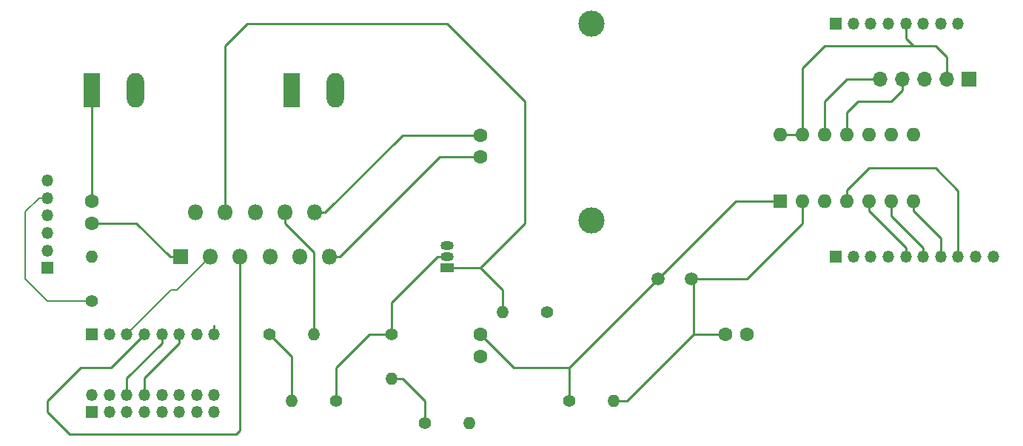
<source format=gbr>
G04 #@! TF.GenerationSoftware,KiCad,Pcbnew,5.0.2+dfsg1-1*
G04 #@! TF.CreationDate,2020-09-07T16:18:41-03:00*
G04 #@! TF.ProjectId,Quanser_Controller,5175616e-7365-4725-9f43-6f6e74726f6c,rev?*
G04 #@! TF.SameCoordinates,Original*
G04 #@! TF.FileFunction,Copper,L2,Bot*
G04 #@! TF.FilePolarity,Positive*
%FSLAX46Y46*%
G04 Gerber Fmt 4.6, Leading zero omitted, Abs format (unit mm)*
G04 Created by KiCad (PCBNEW 5.0.2+dfsg1-1) date seg 07 set 2020 16:18:41 -03*
%MOMM*%
%LPD*%
G01*
G04 APERTURE LIST*
G04 #@! TA.AperFunction,ComponentPad*
%ADD10R,1.800000X1.800000*%
G04 #@! TD*
G04 #@! TA.AperFunction,ComponentPad*
%ADD11O,1.800000X1.800000*%
G04 #@! TD*
G04 #@! TA.AperFunction,ComponentPad*
%ADD12R,1.700000X1.700000*%
G04 #@! TD*
G04 #@! TA.AperFunction,ComponentPad*
%ADD13O,1.700000X1.700000*%
G04 #@! TD*
G04 #@! TA.AperFunction,ComponentPad*
%ADD14C,1.500000*%
G04 #@! TD*
G04 #@! TA.AperFunction,ComponentPad*
%ADD15C,1.600000*%
G04 #@! TD*
G04 #@! TA.AperFunction,ComponentPad*
%ADD16C,3.000000*%
G04 #@! TD*
G04 #@! TA.AperFunction,ComponentPad*
%ADD17R,1.350000X1.350000*%
G04 #@! TD*
G04 #@! TA.AperFunction,ComponentPad*
%ADD18O,1.350000X1.350000*%
G04 #@! TD*
G04 #@! TA.AperFunction,ComponentPad*
%ADD19R,1.980000X3.960000*%
G04 #@! TD*
G04 #@! TA.AperFunction,ComponentPad*
%ADD20O,1.980000X3.960000*%
G04 #@! TD*
G04 #@! TA.AperFunction,ComponentPad*
%ADD21O,1.500000X1.050000*%
G04 #@! TD*
G04 #@! TA.AperFunction,ComponentPad*
%ADD22R,1.500000X1.050000*%
G04 #@! TD*
G04 #@! TA.AperFunction,ComponentPad*
%ADD23C,1.400000*%
G04 #@! TD*
G04 #@! TA.AperFunction,ComponentPad*
%ADD24O,1.400000X1.400000*%
G04 #@! TD*
G04 #@! TA.AperFunction,ComponentPad*
%ADD25O,1.600000X1.600000*%
G04 #@! TD*
G04 #@! TA.AperFunction,ComponentPad*
%ADD26R,1.600000X1.600000*%
G04 #@! TD*
G04 #@! TA.AperFunction,Conductor*
%ADD27C,0.250000*%
G04 #@! TD*
G04 #@! TA.AperFunction,Conductor*
%ADD28C,0.200000*%
G04 #@! TD*
G04 APERTURE END LIST*
D10*
G04 #@! TO.P,U1,1*
G04 #@! TO.N,Net-(C3-Pad2)*
X107950000Y-80010000D03*
D11*
G04 #@! TO.P,U1,2*
G04 #@! TO.N,Net-(C3-Pad1)*
X109650000Y-74930000D03*
G04 #@! TO.P,U1,3*
G04 #@! TO.N,PWM*
X111350000Y-80010000D03*
G04 #@! TO.P,U1,4*
G04 #@! TO.N,Net-(Q1-Pad1)*
X113050000Y-74930000D03*
G04 #@! TO.P,U1,5*
G04 #@! TO.N,ENABLE*
X114750000Y-80010000D03*
G04 #@! TO.P,U1,6*
G04 #@! TO.N,Net-(F1-Pad2)*
X116450000Y-74930000D03*
G04 #@! TO.P,U1,7*
G04 #@! TO.N,GND*
X118150000Y-80010000D03*
G04 #@! TO.P,U1,8*
G04 #@! TO.N,AD*
X119850000Y-74930000D03*
G04 #@! TO.P,U1,9*
G04 #@! TO.N,TH_FLAG*
X121550000Y-80010000D03*
G04 #@! TO.P,U1,10*
G04 #@! TO.N,Net-(C4-Pad2)*
X123250000Y-74930000D03*
G04 #@! TO.P,U1,11*
G04 #@! TO.N,Net-(C4-Pad1)*
X124950000Y-80010000D03*
G04 #@! TD*
D12*
G04 #@! TO.P,J2,1*
G04 #@! TO.N,GND*
X198120000Y-59690000D03*
D13*
G04 #@! TO.P,J2,2*
G04 #@! TO.N,+5V*
X195580000Y-59690000D03*
G04 #@! TO.P,J2,3*
G04 #@! TO.N,Net-(J2-Pad3)*
X193040000Y-59690000D03*
G04 #@! TO.P,J2,4*
G04 #@! TO.N,Net-(J2-Pad4)*
X190500000Y-59690000D03*
G04 #@! TO.P,J2,5*
G04 #@! TO.N,Net-(J2-Pad5)*
X187960000Y-59690000D03*
G04 #@! TD*
D14*
G04 #@! TO.P,Crystal1,1*
G04 #@! TO.N,Net-(C1-Pad1)*
X162560000Y-82550000D03*
G04 #@! TO.P,Crystal1,2*
G04 #@! TO.N,Net-(C2-Pad1)*
X166360000Y-82550000D03*
G04 #@! TD*
D15*
G04 #@! TO.P,C1,1*
G04 #@! TO.N,Net-(C1-Pad1)*
X142240000Y-88900000D03*
G04 #@! TO.P,C1,2*
G04 #@! TO.N,GND*
X142240000Y-91400000D03*
G04 #@! TD*
G04 #@! TO.P,C2,2*
G04 #@! TO.N,GND*
X172720000Y-88900000D03*
G04 #@! TO.P,C2,1*
G04 #@! TO.N,Net-(C2-Pad1)*
X170220000Y-88900000D03*
G04 #@! TD*
G04 #@! TO.P,C3,1*
G04 #@! TO.N,Net-(C3-Pad1)*
X97790000Y-73660000D03*
G04 #@! TO.P,C3,2*
G04 #@! TO.N,Net-(C3-Pad2)*
X97790000Y-76160000D03*
G04 #@! TD*
G04 #@! TO.P,C4,2*
G04 #@! TO.N,Net-(C4-Pad2)*
X142240000Y-66080000D03*
G04 #@! TO.P,C4,1*
G04 #@! TO.N,Net-(C4-Pad1)*
X142240000Y-68580000D03*
G04 #@! TD*
D16*
G04 #@! TO.P,F1,1*
G04 #@! TO.N,+28V*
X154940000Y-53340000D03*
G04 #@! TO.P,F1,2*
G04 #@! TO.N,Net-(F1-Pad2)*
X154940000Y-75840000D03*
G04 #@! TD*
D17*
G04 #@! TO.P,J1,1*
G04 #@! TO.N,GND*
X97790000Y-97790000D03*
D18*
G04 #@! TO.P,J1,2*
G04 #@! TO.N,Net-(J1-Pad2)*
X97790000Y-95790000D03*
G04 #@! TO.P,J1,3*
G04 #@! TO.N,GND*
X99790000Y-97790000D03*
G04 #@! TO.P,J1,4*
G04 #@! TO.N,Net-(J1-Pad4)*
X99790000Y-95790000D03*
G04 #@! TO.P,J1,5*
G04 #@! TO.N,GND*
X101790000Y-97790000D03*
G04 #@! TO.P,J1,6*
G04 #@! TO.N,ELB1*
X101790000Y-95790000D03*
G04 #@! TO.P,J1,7*
G04 #@! TO.N,GND*
X103790000Y-97790000D03*
G04 #@! TO.P,J1,8*
G04 #@! TO.N,ELB2*
X103790000Y-95790000D03*
G04 #@! TO.P,J1,9*
G04 #@! TO.N,GND*
X105790000Y-97790000D03*
G04 #@! TO.P,J1,10*
G04 #@! TO.N,Net-(J1-Pad10)*
X105790000Y-95790000D03*
G04 #@! TO.P,J1,11*
G04 #@! TO.N,GND*
X107790000Y-97790000D03*
G04 #@! TO.P,J1,12*
G04 #@! TO.N,Net-(J1-Pad12)*
X107790000Y-95790000D03*
G04 #@! TO.P,J1,13*
G04 #@! TO.N,GND*
X109790000Y-97790000D03*
G04 #@! TO.P,J1,14*
G04 #@! TO.N,Net-(J1-Pad14)*
X109790000Y-95790000D03*
G04 #@! TO.P,J1,15*
G04 #@! TO.N,GND*
X111790000Y-97790000D03*
G04 #@! TO.P,J1,16*
G04 #@! TO.N,Net-(J1-Pad16)*
X111790000Y-95790000D03*
G04 #@! TD*
D17*
G04 #@! TO.P,J3,1*
G04 #@! TO.N,Net-(J3-Pad1)*
X182880000Y-80010000D03*
D18*
G04 #@! TO.P,J3,2*
G04 #@! TO.N,Net-(J3-Pad2)*
X184880000Y-80010000D03*
G04 #@! TO.P,J3,3*
G04 #@! TO.N,Net-(J3-Pad3)*
X186880000Y-80010000D03*
G04 #@! TO.P,J3,4*
G04 #@! TO.N,Net-(J3-Pad4)*
X188880000Y-80010000D03*
G04 #@! TO.P,J3,5*
G04 #@! TO.N,SCLK*
X190880000Y-80010000D03*
G04 #@! TO.P,J3,6*
G04 #@! TO.N,MISO*
X192880000Y-80010000D03*
G04 #@! TO.P,J3,7*
G04 #@! TO.N,MOSI*
X194880000Y-80010000D03*
G04 #@! TO.P,J3,8*
G04 #@! TO.N,#SS*
X196880000Y-80010000D03*
G04 #@! TO.P,J3,9*
G04 #@! TO.N,Net-(J3-Pad9)*
X198880000Y-80010000D03*
G04 #@! TO.P,J3,10*
G04 #@! TO.N,Net-(J3-Pad10)*
X200880000Y-80010000D03*
G04 #@! TD*
D17*
G04 #@! TO.P,J4,1*
G04 #@! TO.N,Net-(J4-Pad1)*
X97790000Y-88900000D03*
D18*
G04 #@! TO.P,J4,2*
G04 #@! TO.N,Net-(J4-Pad2)*
X99790000Y-88900000D03*
G04 #@! TO.P,J4,3*
G04 #@! TO.N,PWM*
X101790000Y-88900000D03*
G04 #@! TO.P,J4,4*
G04 #@! TO.N,ENABLE*
X103790000Y-88900000D03*
G04 #@! TO.P,J4,5*
G04 #@! TO.N,ELB1*
X105790000Y-88900000D03*
G04 #@! TO.P,J4,6*
G04 #@! TO.N,ELB2*
X107790000Y-88900000D03*
G04 #@! TO.P,J4,7*
G04 #@! TO.N,Net-(J4-Pad7)*
X109790000Y-88900000D03*
G04 #@! TO.P,J4,8*
G04 #@! TO.N,Net-(J4-Pad8)*
X111790000Y-88900000D03*
G04 #@! TD*
G04 #@! TO.P,J5,8*
G04 #@! TO.N,Net-(J5-Pad8)*
X196880000Y-53340000D03*
G04 #@! TO.P,J5,7*
G04 #@! TO.N,GND*
X194880000Y-53340000D03*
G04 #@! TO.P,J5,6*
X192880000Y-53340000D03*
G04 #@! TO.P,J5,5*
G04 #@! TO.N,+5V*
X190880000Y-53340000D03*
G04 #@! TO.P,J5,4*
G04 #@! TO.N,Net-(J5-Pad4)*
X188880000Y-53340000D03*
G04 #@! TO.P,J5,3*
G04 #@! TO.N,Net-(J5-Pad3)*
X186880000Y-53340000D03*
G04 #@! TO.P,J5,2*
G04 #@! TO.N,Net-(J5-Pad2)*
X184880000Y-53340000D03*
D17*
G04 #@! TO.P,J5,1*
G04 #@! TO.N,Net-(J5-Pad1)*
X182880000Y-53340000D03*
G04 #@! TD*
D19*
G04 #@! TO.P,J6,1*
G04 #@! TO.N,Net-(C3-Pad1)*
X97790000Y-60960000D03*
D20*
G04 #@! TO.P,J6,2*
G04 #@! TO.N,Net-(C4-Pad2)*
X102790000Y-60960000D03*
G04 #@! TD*
G04 #@! TO.P,J7,2*
G04 #@! TO.N,GND*
X125650000Y-60960000D03*
D19*
G04 #@! TO.P,J7,1*
G04 #@! TO.N,+28V*
X120650000Y-60960000D03*
G04 #@! TD*
D21*
G04 #@! TO.P,Q1,2*
G04 #@! TO.N,Net-(Q1-Pad2)*
X138430000Y-80010000D03*
G04 #@! TO.P,Q1,3*
G04 #@! TO.N,GND*
X138430000Y-78740000D03*
D22*
G04 #@! TO.P,Q1,1*
G04 #@! TO.N,Net-(Q1-Pad1)*
X138430000Y-81280000D03*
G04 #@! TD*
D23*
G04 #@! TO.P,R1,1*
G04 #@! TO.N,Net-(C1-Pad1)*
X152400000Y-96520000D03*
D24*
G04 #@! TO.P,R1,2*
G04 #@! TO.N,Net-(C2-Pad1)*
X157480000Y-96520000D03*
G04 #@! TD*
G04 #@! TO.P,R2,2*
G04 #@! TO.N,AD*
X123190000Y-88900000D03*
D23*
G04 #@! TO.P,R2,1*
G04 #@! TO.N,GND*
X118110000Y-88900000D03*
G04 #@! TD*
G04 #@! TO.P,R3,1*
G04 #@! TO.N,TH_FLAG*
X97790000Y-85090000D03*
D24*
G04 #@! TO.P,R3,2*
G04 #@! TO.N,+5V*
X97790000Y-80010000D03*
G04 #@! TD*
D23*
G04 #@! TO.P,R4,1*
G04 #@! TO.N,Net-(Q1-Pad2)*
X132080000Y-88900000D03*
D24*
G04 #@! TO.P,R4,2*
G04 #@! TO.N,ENABLE*
X132080000Y-93980000D03*
G04 #@! TD*
G04 #@! TO.P,R5,2*
G04 #@! TO.N,GND*
X120650000Y-96520000D03*
D23*
G04 #@! TO.P,R5,1*
G04 #@! TO.N,Net-(Q1-Pad2)*
X125730000Y-96520000D03*
G04 #@! TD*
D25*
G04 #@! TO.P,U2,14*
G04 #@! TO.N,+5V*
X176530000Y-66040000D03*
G04 #@! TO.P,U2,7*
G04 #@! TO.N,MOSI*
X191770000Y-73660000D03*
G04 #@! TO.P,U2,13*
G04 #@! TO.N,+5V*
X179070000Y-66040000D03*
G04 #@! TO.P,U2,6*
G04 #@! TO.N,MISO*
X189230000Y-73660000D03*
G04 #@! TO.P,U2,12*
G04 #@! TO.N,Net-(J2-Pad5)*
X181610000Y-66040000D03*
G04 #@! TO.P,U2,5*
G04 #@! TO.N,SCLK*
X186690000Y-73660000D03*
G04 #@! TO.P,U2,11*
G04 #@! TO.N,Net-(J2-Pad4)*
X184150000Y-66040000D03*
G04 #@! TO.P,U2,4*
G04 #@! TO.N,#SS*
X184150000Y-73660000D03*
G04 #@! TO.P,U2,10*
G04 #@! TO.N,Net-(U2-Pad10)*
X186690000Y-66040000D03*
G04 #@! TO.P,U2,3*
G04 #@! TO.N,GND*
X181610000Y-73660000D03*
G04 #@! TO.P,U2,9*
G04 #@! TO.N,Net-(U2-Pad9)*
X189230000Y-66040000D03*
G04 #@! TO.P,U2,2*
G04 #@! TO.N,Net-(C2-Pad1)*
X179070000Y-73660000D03*
G04 #@! TO.P,U2,8*
G04 #@! TO.N,Net-(U2-Pad8)*
X191770000Y-66040000D03*
D26*
G04 #@! TO.P,U2,1*
G04 #@! TO.N,Net-(C1-Pad1)*
X176530000Y-73660000D03*
G04 #@! TD*
D24*
G04 #@! TO.P,R6,2*
G04 #@! TO.N,Net-(Q1-Pad1)*
X144780000Y-86360000D03*
D23*
G04 #@! TO.P,R6,1*
G04 #@! TO.N,+5V*
X149860000Y-86360000D03*
G04 #@! TD*
G04 #@! TO.P,R7,1*
G04 #@! TO.N,ENABLE*
X135890000Y-99060000D03*
D24*
G04 #@! TO.P,R7,2*
G04 #@! TO.N,GND*
X140970000Y-99060000D03*
G04 #@! TD*
D17*
G04 #@! TO.P,J8,1*
G04 #@! TO.N,Net-(J8-Pad1)*
X92710000Y-81280000D03*
D18*
G04 #@! TO.P,J8,2*
G04 #@! TO.N,Net-(J8-Pad2)*
X92710000Y-79280000D03*
G04 #@! TO.P,J8,3*
G04 #@! TO.N,Net-(J8-Pad3)*
X92710000Y-77280000D03*
G04 #@! TO.P,J8,4*
G04 #@! TO.N,Net-(J8-Pad4)*
X92710000Y-75280000D03*
G04 #@! TO.P,J8,5*
G04 #@! TO.N,TH_FLAG*
X92710000Y-73280000D03*
G04 #@! TO.P,J8,6*
G04 #@! TO.N,AD*
X92710000Y-71280000D03*
G04 #@! TD*
D27*
G04 #@! TO.N,Net-(C1-Pad1)*
X152400000Y-92710000D02*
X162560000Y-82550000D01*
X152400000Y-96520000D02*
X152400000Y-92710000D01*
X152400000Y-92710000D02*
X146050000Y-92710000D01*
X146050000Y-92710000D02*
X142240000Y-88900000D01*
X176530000Y-73660000D02*
X171450000Y-73660000D01*
X171450000Y-73660000D02*
X162560000Y-82550000D01*
G04 #@! TO.N,GND*
X118110000Y-88900000D02*
X118150000Y-88860000D01*
X181610000Y-74222600D02*
X181610000Y-73660000D01*
X120650000Y-91440000D02*
X118110000Y-88900000D01*
X120650000Y-96520000D02*
X120650000Y-91440000D01*
G04 #@! TO.N,Net-(C2-Pad1)*
X166651200Y-88900000D02*
X170220000Y-88900000D01*
X166651200Y-82550000D02*
X166360000Y-82550000D01*
X169758000Y-82550000D02*
X166651200Y-82550000D01*
X166651200Y-88900000D02*
X166651200Y-82550000D01*
X159031200Y-96520000D02*
X166651200Y-88900000D01*
X157480000Y-96520000D02*
X159031200Y-96520000D01*
X179070000Y-73660000D02*
X179070000Y-76200000D01*
X179070000Y-76200000D02*
X172720000Y-82550000D01*
X172720000Y-82550000D02*
X169758000Y-82550000D01*
G04 #@! TO.N,Net-(C3-Pad1)*
X97790000Y-60960000D02*
X97790000Y-73660000D01*
G04 #@! TO.N,Net-(C3-Pad2)*
X107950000Y-80010000D02*
X106724700Y-80010000D01*
X106724700Y-80010000D02*
X102874700Y-76160000D01*
X102874700Y-76160000D02*
X97790000Y-76160000D01*
G04 #@! TO.N,Net-(C4-Pad2)*
X123250000Y-74930000D02*
X124475300Y-74930000D01*
X124475300Y-74930000D02*
X133325300Y-66080000D01*
X133325300Y-66080000D02*
X142240000Y-66080000D01*
G04 #@! TO.N,Net-(C4-Pad1)*
X126175300Y-80010000D02*
X137605300Y-68580000D01*
X137605300Y-68580000D02*
X142240000Y-68580000D01*
X124950000Y-80010000D02*
X126175300Y-80010000D01*
G04 #@! TO.N,ELB1*
X105790000Y-88900000D02*
X105790000Y-89900300D01*
X105790000Y-89900300D02*
X101790000Y-93900300D01*
X101790000Y-93900300D02*
X101790000Y-95790000D01*
G04 #@! TO.N,ELB2*
X107790000Y-88900000D02*
X107790000Y-89900300D01*
X107790000Y-89900300D02*
X103790000Y-93900300D01*
X103790000Y-93900300D02*
X103790000Y-95790000D01*
G04 #@! TO.N,+5V*
X179070000Y-66040000D02*
X176530000Y-66040000D01*
X190880000Y-53340000D02*
X190880000Y-54990000D01*
X190880000Y-54990000D02*
X191770000Y-55880000D01*
X191770000Y-55880000D02*
X194310000Y-55880000D01*
X195580000Y-57150000D02*
X195580000Y-59690000D01*
X194310000Y-55880000D02*
X195580000Y-57150000D01*
X179070000Y-58420000D02*
X179070000Y-66040000D01*
X191770000Y-55880000D02*
X181610000Y-55880000D01*
X181610000Y-55880000D02*
X179070000Y-58420000D01*
G04 #@! TO.N,Net-(J2-Pad4)*
X184150000Y-63500000D02*
X184150000Y-66040000D01*
X185420000Y-62230000D02*
X184150000Y-63500000D01*
X189230000Y-62230000D02*
X185420000Y-62230000D01*
X190500000Y-59690000D02*
X190500000Y-60960000D01*
X190500000Y-60960000D02*
X189230000Y-62230000D01*
G04 #@! TO.N,Net-(J2-Pad5)*
X181610000Y-66040000D02*
X181610000Y-62230000D01*
X181610000Y-62230000D02*
X184150000Y-59690000D01*
X184150000Y-59690000D02*
X187960000Y-59690000D01*
G04 #@! TO.N,SCLK*
X186690000Y-73660000D02*
X186690000Y-74785300D01*
X186690000Y-74785300D02*
X190880000Y-78975300D01*
X190880000Y-78975300D02*
X190880000Y-80010000D01*
G04 #@! TO.N,MISO*
X192880000Y-80010000D02*
X192880000Y-79009700D01*
X189230000Y-73660000D02*
X189230000Y-75359700D01*
X189230000Y-75359700D02*
X192880000Y-79009700D01*
G04 #@! TO.N,MOSI*
X191770000Y-73660000D02*
X191770000Y-74785300D01*
X191770000Y-74785300D02*
X194880000Y-77895300D01*
X194880000Y-77895300D02*
X194880000Y-80010000D01*
G04 #@! TO.N,#SS*
X194310000Y-69850000D02*
X196880000Y-72420000D01*
X196880000Y-72420000D02*
X196880000Y-80010000D01*
X186690000Y-69850000D02*
X194310000Y-69850000D01*
X184150000Y-73660000D02*
X184150000Y-72390000D01*
X184150000Y-72390000D02*
X186690000Y-69850000D01*
D28*
G04 #@! TO.N,TH_FLAG*
X91755406Y-73280000D02*
X90170000Y-74865406D01*
X92710000Y-73280000D02*
X91755406Y-73280000D01*
X90170000Y-74865406D02*
X90170000Y-82550000D01*
X92710000Y-85090000D02*
X97790000Y-85090000D01*
X90170000Y-82550000D02*
X92710000Y-85090000D01*
G04 #@! TO.N,PWM*
X101790000Y-88900000D02*
X106870000Y-83820000D01*
X107540000Y-83820000D02*
X111350000Y-80010000D01*
X106870000Y-83820000D02*
X107540000Y-83820000D01*
D27*
G04 #@! TO.N,Net-(Q1-Pad2)*
X138430000Y-80010000D02*
X137354700Y-80010000D01*
X132080000Y-88900000D02*
X132080000Y-85284700D01*
X132080000Y-85284700D02*
X137354700Y-80010000D01*
X125730000Y-92710000D02*
X125730000Y-96520000D01*
X132080000Y-88900000D02*
X129540000Y-88900000D01*
X129540000Y-88900000D02*
X125730000Y-92710000D01*
G04 #@! TO.N,ENABLE*
X132080000Y-93980000D02*
X133350000Y-93980000D01*
X135890000Y-96520000D02*
X135890000Y-99060000D01*
X133350000Y-93980000D02*
X135890000Y-96520000D01*
X114750000Y-99880000D02*
X114300000Y-100330000D01*
X114300000Y-100330000D02*
X95250000Y-100330000D01*
X95250000Y-100330000D02*
X92710000Y-97790000D01*
X92710000Y-97790000D02*
X92710000Y-96520000D01*
X92710000Y-96520000D02*
X96520000Y-92710000D01*
X99980000Y-92710000D02*
X103790000Y-88900000D01*
X96520000Y-92710000D02*
X99980000Y-92710000D01*
X114750000Y-80010000D02*
X114750000Y-99880000D01*
G04 #@! TO.N,Net-(J4-Pad8)*
X111790000Y-88900000D02*
X111790000Y-87899700D01*
G04 #@! TO.N,Net-(Q1-Pad1)*
X138430000Y-81280000D02*
X142240000Y-81280000D01*
X142240000Y-81280000D02*
X144780000Y-83820000D01*
X144780000Y-83820000D02*
X144780000Y-86360000D01*
X147320000Y-76200000D02*
X147320000Y-62230000D01*
X147320000Y-62230000D02*
X138430000Y-53340000D01*
X115570000Y-53340000D02*
X113050000Y-55860000D01*
X142240000Y-81280000D02*
X147320000Y-76200000D01*
X138430000Y-53340000D02*
X115570000Y-53340000D01*
X113050000Y-55860000D02*
X113050000Y-74479990D01*
G04 #@! TO.N,AD*
X123190000Y-88900000D02*
X123190000Y-87874700D01*
X123190000Y-87874700D02*
X123190000Y-79495300D01*
X123190000Y-79495300D02*
X119850000Y-76155300D01*
X119850000Y-74930000D02*
X119850000Y-76155300D01*
G04 #@! TD*
M02*

</source>
